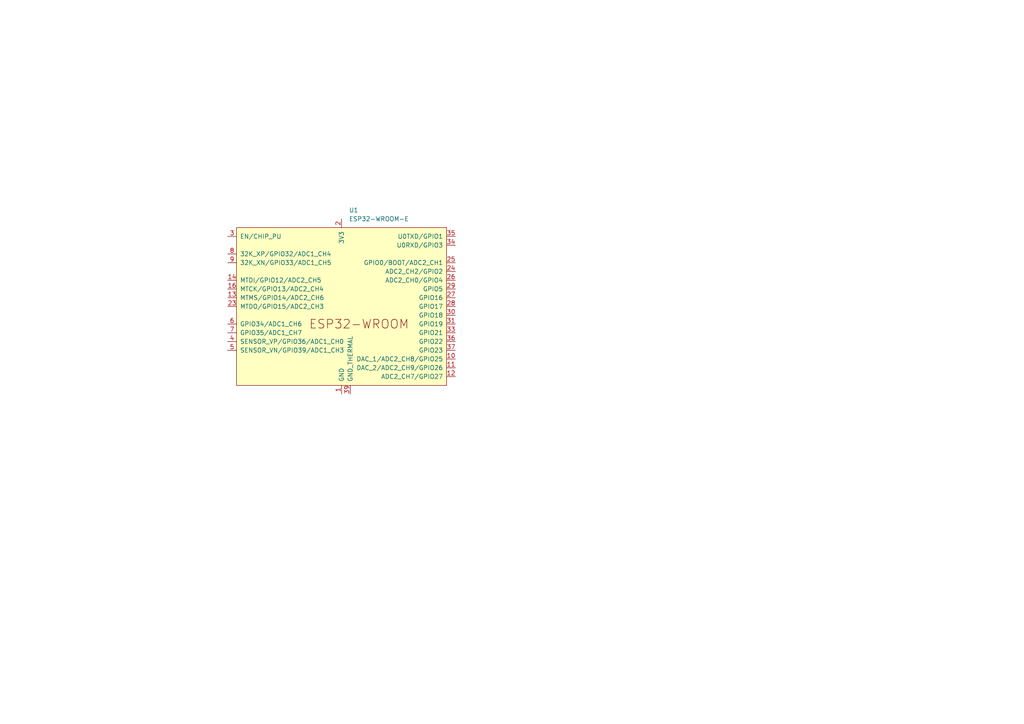
<source format=kicad_sch>
(kicad_sch (version 20250114) (generator "eeschema") (generator_version "9.0")
  (paper "A4")
  (lib_symbols
    (symbol "Espressif:ESP32-WROOM-E" (pin_names (offset 1.016))
      (property "Reference" "U" (at -30.48 27.94 0))
      (property "Value" "ESP32-WROOM-E" (at -30.48 25.4 0))
      (symbol "ESP32-WROOM-E_0_1"
        (rectangle (start -30.48 22.86) (end 30.48 -22.86) (fill (type background)))
      )
      (symbol "ESP32-WROOM-E_1_1"
        (text "ESP32-­WROOM­" (at 5.08 -5.08 0) (effects (font (size 2.54 2.54))))
        (pin input line (at -33.02 20.32 0) (length 2.54) (name "EN/CHIP_PU") (number "3"))
        (pin bidirectional line (at -33.02 15.24 0) (length 2.54) (name "32K_XP/GPIO32/ADC1_CH4") (number "8"))
        (pin bidirectional line (at -33.02 12.7 0) (length 2.54) (name "32K_XN/GPIO33/ADC1_CH5") (number "9"))
        (pin bidirectional line (at -33.02 7.62 0) (length 2.54) (name "MTDI/GPIO12/ADC2_CH5") (number "14"))
        (pin bidirectional line (at -33.02 5.08 0) (length 2.54) (name "MTCK/GPIO13/ADC2_CH4") (number "16"))
        (pin bidirectional line (at -33.02 2.54 0) (length 2.54) (name "MTMS/GPIO14/ADC2_CH6") (number "13"))
        (pin bidirectional line (at -33.02 0 0) (length 2.54) (name "MTDO/GPIO15/ADC2_CH3") (number "23"))
        (pin input line (at -33.02 -5.08 0) (length 2.54) (name "GPIO34/ADC1_CH6") (number "6"))
        (pin input line (at -33.02 -7.62 0) (length 2.54) (name "GPIO35/ADC1_CH7") (number "7"))
        (pin input line (at -33.02 -10.16 0) (length 2.54) (name "SENSOR_VP/GPIO36/ADC1_CH0") (number "4"))
        (pin input line (at -33.02 -12.7 0) (length 2.54) (name "SENSOR_VN/GPIO39/ADC1_CH3") (number "5"))
        (pin power_in line (at 0 25.4 270) (length 2.54) (name "3V3") (number "2"))
        (pin power_in line (at 0 -25.4 90) (length 2.54) (name "GND") (number "1"))
        (pin passive line (at 0 -25.4 90) (length 2.54) (hide yes) (name "GND") (number "15"))
        (pin passive line (at 0 -25.4 90) (length 2.54) (hide yes) (name "GND") (number "38"))
        (pin power_in line (at 2.54 -25.4 90) (length 2.54) (name "GND_THERMAL") (number "39"))
        (pin bidirectional line (at 33.02 20.32 180) (length 2.54) (name "U0TXD/GPIO1") (number "35"))
        (pin bidirectional line (at 33.02 17.78 180) (length 2.54) (name "U0RXD/GPIO3") (number "34"))
        (pin bidirectional line (at 33.02 12.7 180) (length 2.54) (name "GPIO0/BOOT/ADC2_CH1") (number "25"))
        (pin bidirectional line (at 33.02 10.16 180) (length 2.54) (name "ADC2_CH2/GPIO2") (number "24"))
        (pin bidirectional line (at 33.02 7.62 180) (length 2.54) (name "ADC2_CH0/GPIO4") (number "26"))
        (pin bidirectional line (at 33.02 5.08 180) (length 2.54) (name "GPIO5") (number "29"))
        (pin bidirectional line (at 33.02 2.54 180) (length 2.54) (name "GPIO16") (number "27"))
        (pin bidirectional line (at 33.02 0 180) (length 2.54) (name "GPIO17") (number "28"))
        (pin bidirectional line (at 33.02 -2.54 180) (length 2.54) (name "GPIO18") (number "30"))
        (pin bidirectional line (at 33.02 -5.08 180) (length 2.54) (name "GPIO19") (number "31"))
        (pin bidirectional line (at 33.02 -7.62 180) (length 2.54) (name "GPIO21") (number "33"))
        (pin bidirectional line (at 33.02 -10.16 180) (length 2.54) (name "GPIO22") (number "36"))
        (pin bidirectional line (at 33.02 -12.7 180) (length 2.54) (name "GPIO23") (number "37"))
        (pin bidirectional line (at 33.02 -15.24 180) (length 2.54) (name "DAC_1/ADC2_CH8/GPIO25") (number "10"))
        (pin bidirectional line (at 33.02 -17.78 180) (length 2.54) (name "DAC_2/ADC2_CH9/GPIO26") (number "11"))
        (pin bidirectional line (at 33.02 -20.32 180) (length 2.54) (name "ADC2_CH7/GPIO27") (number "12"))
      )
    )
  )
  (symbol (lib_id "Espressif:ESP32-WROOM-E") (at 99.06 88.9 0) (unit 1)
    (property "Reference" "U1" (at 101.2033 60.96 0) (effects (justify left)))
    (property "Value" "ESP32-WROOM-E" (at 101.2033 63.5 0) (effects (justify left)))
    (property "Footprint" "PCM_Espressif:ESP32-WROOM-32E" (effects (hide yes)))
    (property "Datasheet" "https://www.espressif.com/sites/default/files/documentation/esp32-wroom-32e_esp32-wroom-32ue_datasheet_en.pdf" (effects (hide yes)))
    (property "Description" "ESP32-WROOM-32E integrates ESP32-D0WD-V3, with higher stability and safety performance." (effects (hide yes)))
  )
)
</source>
